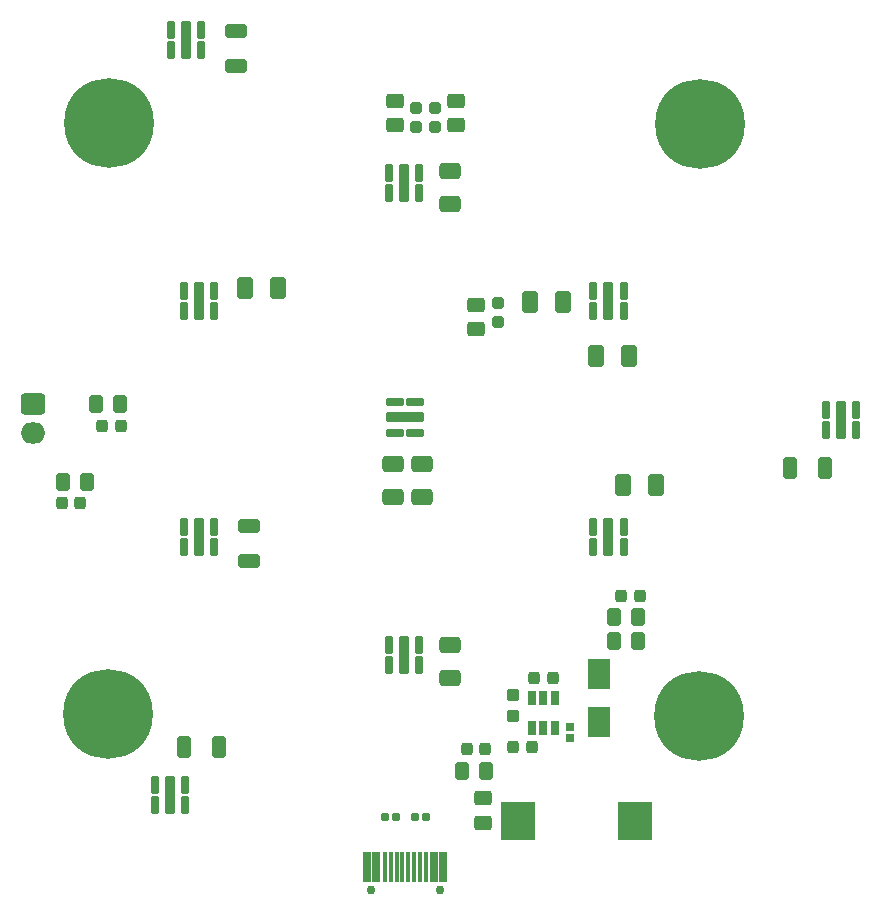
<source format=gbr>
%TF.GenerationSoftware,KiCad,Pcbnew,(6.0.10)*%
%TF.CreationDate,2023-09-07T19:24:17+02:00*%
%TF.ProjectId,Sterilization stick,53746572-696c-4697-9a61-74696f6e2073,rev?*%
%TF.SameCoordinates,Original*%
%TF.FileFunction,Soldermask,Top*%
%TF.FilePolarity,Negative*%
%FSLAX46Y46*%
G04 Gerber Fmt 4.6, Leading zero omitted, Abs format (unit mm)*
G04 Created by KiCad (PCBNEW (6.0.10)) date 2023-09-07 19:24:17*
%MOMM*%
%LPD*%
G01*
G04 APERTURE LIST*
G04 Aperture macros list*
%AMRoundRect*
0 Rectangle with rounded corners*
0 $1 Rounding radius*
0 $2 $3 $4 $5 $6 $7 $8 $9 X,Y pos of 4 corners*
0 Add a 4 corners polygon primitive as box body*
4,1,4,$2,$3,$4,$5,$6,$7,$8,$9,$2,$3,0*
0 Add four circle primitives for the rounded corners*
1,1,$1+$1,$2,$3*
1,1,$1+$1,$4,$5*
1,1,$1+$1,$6,$7*
1,1,$1+$1,$8,$9*
0 Add four rect primitives between the rounded corners*
20,1,$1+$1,$2,$3,$4,$5,0*
20,1,$1+$1,$4,$5,$6,$7,0*
20,1,$1+$1,$6,$7,$8,$9,0*
20,1,$1+$1,$8,$9,$2,$3,0*%
G04 Aperture macros list end*
%ADD10RoundRect,0.050000X-0.300000X-0.575000X0.300000X-0.575000X0.300000X0.575000X-0.300000X0.575000X0*%
%ADD11RoundRect,0.050000X-0.265000X-0.700000X0.265000X-0.700000X0.265000X0.700000X-0.265000X0.700000X0*%
%ADD12RoundRect,0.050000X-0.345000X-1.550000X0.345000X-1.550000X0.345000X1.550000X-0.345000X1.550000X0*%
%ADD13RoundRect,0.268750X0.218750X0.256250X-0.218750X0.256250X-0.218750X-0.256250X0.218750X-0.256250X0*%
%ADD14RoundRect,0.300000X0.325000X0.450000X-0.325000X0.450000X-0.325000X-0.450000X0.325000X-0.450000X0*%
%ADD15C,0.750000*%
%ADD16RoundRect,0.050000X-0.300000X-1.225000X0.300000X-1.225000X0.300000X1.225000X-0.300000X1.225000X0*%
%ADD17RoundRect,0.050000X-0.150000X-1.225000X0.150000X-1.225000X0.150000X1.225000X-0.150000X1.225000X0*%
%ADD18RoundRect,0.197500X-0.172500X0.147500X-0.172500X-0.147500X0.172500X-0.147500X0.172500X0.147500X0*%
%ADD19RoundRect,0.050000X-1.400000X-1.525000X1.400000X-1.525000X1.400000X1.525000X-1.400000X1.525000X0*%
%ADD20RoundRect,0.300000X-0.325000X-0.450000X0.325000X-0.450000X0.325000X0.450000X-0.325000X0.450000X0*%
%ADD21RoundRect,0.197500X-0.147500X-0.172500X0.147500X-0.172500X0.147500X0.172500X-0.147500X0.172500X0*%
%ADD22RoundRect,0.268750X-0.218750X-0.256250X0.218750X-0.256250X0.218750X0.256250X-0.218750X0.256250X0*%
%ADD23RoundRect,0.287500X0.237500X-0.250000X0.237500X0.250000X-0.237500X0.250000X-0.237500X-0.250000X0*%
%ADD24RoundRect,0.050000X-0.900000X1.250000X-0.900000X-1.250000X0.900000X-1.250000X0.900000X1.250000X0*%
%ADD25RoundRect,0.300000X-0.375000X-0.625000X0.375000X-0.625000X0.375000X0.625000X-0.375000X0.625000X0*%
%ADD26RoundRect,0.300000X0.375000X0.625000X-0.375000X0.625000X-0.375000X-0.625000X0.375000X-0.625000X0*%
%ADD27RoundRect,0.300000X0.450000X-0.325000X0.450000X0.325000X-0.450000X0.325000X-0.450000X-0.325000X0*%
%ADD28RoundRect,0.268750X-0.256250X0.218750X-0.256250X-0.218750X0.256250X-0.218750X0.256250X0.218750X0*%
%ADD29RoundRect,0.300000X-0.450000X0.325000X-0.450000X-0.325000X0.450000X-0.325000X0.450000X0.325000X0*%
%ADD30RoundRect,0.268750X0.256250X-0.218750X0.256250X0.218750X-0.256250X0.218750X-0.256250X-0.218750X0*%
%ADD31RoundRect,0.050000X0.265000X0.700000X-0.265000X0.700000X-0.265000X-0.700000X0.265000X-0.700000X0*%
%ADD32RoundRect,0.050000X0.345000X1.550000X-0.345000X1.550000X-0.345000X-1.550000X0.345000X-1.550000X0*%
%ADD33C,7.600000*%
%ADD34RoundRect,0.300000X0.625000X-0.375000X0.625000X0.375000X-0.625000X0.375000X-0.625000X-0.375000X0*%
%ADD35RoundRect,0.050000X0.700000X-0.265000X0.700000X0.265000X-0.700000X0.265000X-0.700000X-0.265000X0*%
%ADD36RoundRect,0.050000X1.550000X-0.345000X1.550000X0.345000X-1.550000X0.345000X-1.550000X-0.345000X0*%
%ADD37RoundRect,0.300000X0.625000X-0.312500X0.625000X0.312500X-0.625000X0.312500X-0.625000X-0.312500X0*%
%ADD38RoundRect,0.300000X-0.312500X-0.625000X0.312500X-0.625000X0.312500X0.625000X-0.312500X0.625000X0*%
%ADD39RoundRect,0.300000X0.312500X0.625000X-0.312500X0.625000X-0.312500X-0.625000X0.312500X-0.625000X0*%
%ADD40RoundRect,0.300000X-0.750000X0.600000X-0.750000X-0.600000X0.750000X-0.600000X0.750000X0.600000X0*%
%ADD41O,2.100000X1.800000*%
G04 APERTURE END LIST*
D10*
%TO.C,IC1*%
X170241000Y-127020000D03*
X169291000Y-127020000D03*
X168341000Y-127020000D03*
X168341000Y-129520000D03*
X169291000Y-129520000D03*
X170241000Y-129520000D03*
%TD*%
D11*
%TO.C,LED2*%
X173515552Y-92528076D03*
X176085552Y-92528076D03*
X173515552Y-94228076D03*
X176085552Y-94228076D03*
D12*
X174800552Y-93378076D03*
%TD*%
D13*
%TO.C,C1*%
X168300500Y-131191000D03*
X166725500Y-131191000D03*
%TD*%
D14*
%TO.C,C2*%
X164474000Y-133223000D03*
X162424000Y-133223000D03*
%TD*%
D15*
%TO.C,USB1*%
X154717000Y-143242000D03*
X160497000Y-143242000D03*
D16*
X154382000Y-141297000D03*
X155157000Y-141297000D03*
D17*
X155857000Y-141297000D03*
X156357000Y-141297000D03*
X156857000Y-141297000D03*
X157357000Y-141297000D03*
X157857000Y-141297000D03*
X158357000Y-141297000D03*
X158857000Y-141297000D03*
X159357000Y-141297000D03*
D16*
X160057000Y-141297000D03*
X160832000Y-141297000D03*
%TD*%
D18*
%TO.C,R1*%
X171577000Y-129436000D03*
X171577000Y-130406000D03*
%TD*%
D19*
%TO.C,L1*%
X167135000Y-137414000D03*
X177035000Y-137414000D03*
%TD*%
D20*
%TO.C,C3*%
X175251000Y-120142000D03*
X177301000Y-120142000D03*
%TD*%
D21*
%TO.C,R3*%
X158392000Y-137046000D03*
X159362000Y-137046000D03*
%TD*%
D22*
%TO.C,C5*%
X175869500Y-118364000D03*
X177444500Y-118364000D03*
%TD*%
D20*
%TO.C,C4*%
X175251000Y-122174000D03*
X177301000Y-122174000D03*
%TD*%
D23*
%TO.C,R5*%
X166751000Y-128547500D03*
X166751000Y-126722500D03*
%TD*%
D21*
%TO.C,R2*%
X155852000Y-137046000D03*
X156822000Y-137046000D03*
%TD*%
D24*
%TO.C,D1*%
X173990000Y-125000000D03*
X173990000Y-129000000D03*
%TD*%
D25*
%TO.C,R6*%
X168145000Y-93472000D03*
X170945000Y-93472000D03*
%TD*%
D26*
%TO.C,R10*%
X176533000Y-98044000D03*
X173733000Y-98044000D03*
%TD*%
D22*
%TO.C,R4*%
X168503500Y-125349000D03*
X170078500Y-125349000D03*
%TD*%
%TO.C,C7*%
X128498500Y-110490000D03*
X130073500Y-110490000D03*
%TD*%
D27*
%TO.C,C8*%
X164211000Y-137550000D03*
X164211000Y-135500000D03*
%TD*%
D20*
%TO.C,C9*%
X128642000Y-108712000D03*
X130692000Y-108712000D03*
%TD*%
D28*
%TO.C,C10*%
X165481000Y-93573500D03*
X165481000Y-95148500D03*
%TD*%
D29*
%TO.C,C11*%
X163576000Y-93717000D03*
X163576000Y-95767000D03*
%TD*%
D27*
%TO.C,C12*%
X161925000Y-78495000D03*
X161925000Y-76445000D03*
%TD*%
D30*
%TO.C,C13*%
X158496000Y-78638500D03*
X158496000Y-77063500D03*
%TD*%
D14*
%TO.C,C14*%
X133486000Y-102108000D03*
X131436000Y-102108000D03*
%TD*%
D30*
%TO.C,C15*%
X160147000Y-78638500D03*
X160147000Y-77063500D03*
%TD*%
D27*
%TO.C,C16*%
X156718000Y-78495000D03*
X156718000Y-76445000D03*
%TD*%
D13*
%TO.C,C17*%
X133502500Y-104013000D03*
X131927500Y-104013000D03*
%TD*%
%TO.C,C6*%
X164363500Y-131318000D03*
X162788500Y-131318000D03*
%TD*%
D31*
%TO.C,LED1*%
X176085465Y-114228076D03*
X173515465Y-114228076D03*
X176085465Y-112528076D03*
X173515465Y-112528076D03*
D32*
X174800465Y-113378076D03*
%TD*%
D26*
%TO.C,R27*%
X178819000Y-108966000D03*
X176019000Y-108966000D03*
%TD*%
D33*
%TO.C,H1*%
X182449968Y-128524000D03*
%TD*%
%TO.C,H2*%
X132510032Y-78347968D03*
%TD*%
%TO.C,H3*%
X132449968Y-128347968D03*
%TD*%
%TO.C,H4*%
X182510032Y-78408032D03*
%TD*%
D31*
%TO.C,LED4*%
X141444536Y-94227924D03*
X138874536Y-94227924D03*
X141444536Y-92527924D03*
X138874536Y-92527924D03*
D32*
X140159536Y-93377924D03*
%TD*%
D26*
%TO.C,R31*%
X146815000Y-92329000D03*
X144015000Y-92329000D03*
%TD*%
D34*
%TO.C,R30*%
X161417000Y-85220000D03*
X161417000Y-82420000D03*
%TD*%
D31*
%TO.C,LED3*%
X158765088Y-84228000D03*
X156195088Y-84228000D03*
X158765088Y-82528000D03*
X156195088Y-82528000D03*
D32*
X157480088Y-83378000D03*
%TD*%
D31*
%TO.C,LED6*%
X158764913Y-124228000D03*
X156194913Y-124228000D03*
X158764913Y-122528000D03*
X156194913Y-122528000D03*
D32*
X157479913Y-123378000D03*
%TD*%
D35*
%TO.C,LED7*%
X156757000Y-104536000D03*
X156757000Y-101966000D03*
X158457000Y-104536000D03*
X158457000Y-101966000D03*
D36*
X157607000Y-103251000D03*
%TD*%
D34*
%TO.C,R33*%
X156591000Y-109985000D03*
X156591000Y-107185000D03*
%TD*%
%TO.C,R34*%
X161417000Y-125352000D03*
X161417000Y-122552000D03*
%TD*%
%TO.C,R35*%
X159004000Y-109985000D03*
X159004000Y-107185000D03*
%TD*%
D37*
%TO.C,R7*%
X144399000Y-115381500D03*
X144399000Y-112456500D03*
%TD*%
D31*
%TO.C,LED8*%
X138953000Y-136105000D03*
X136383000Y-136105000D03*
X138953000Y-134405000D03*
X136383000Y-134405000D03*
D32*
X137668000Y-135255000D03*
%TD*%
D38*
%TO.C,R11*%
X190180500Y-107569000D03*
X193105500Y-107569000D03*
%TD*%
D37*
%TO.C,R9*%
X143256000Y-73471500D03*
X143256000Y-70546500D03*
%TD*%
D31*
%TO.C,LED5*%
X141444448Y-114227924D03*
X138874448Y-114227924D03*
X141444448Y-112527924D03*
X138874448Y-112527924D03*
D32*
X140159448Y-113377924D03*
%TD*%
D39*
%TO.C,R8*%
X141797500Y-131191000D03*
X138872500Y-131191000D03*
%TD*%
D40*
%TO.C,J1*%
X126111000Y-102108000D03*
D41*
X126111000Y-104608000D03*
%TD*%
D11*
%TO.C,LED10*%
X193195000Y-102655000D03*
X195765000Y-102655000D03*
X193195000Y-104355000D03*
X195765000Y-104355000D03*
D12*
X194480000Y-103505000D03*
%TD*%
D31*
%TO.C,LED9*%
X140319282Y-72153645D03*
X137749282Y-72153645D03*
X140319282Y-70453645D03*
X137749282Y-70453645D03*
D32*
X139034282Y-71303645D03*
%TD*%
M02*

</source>
